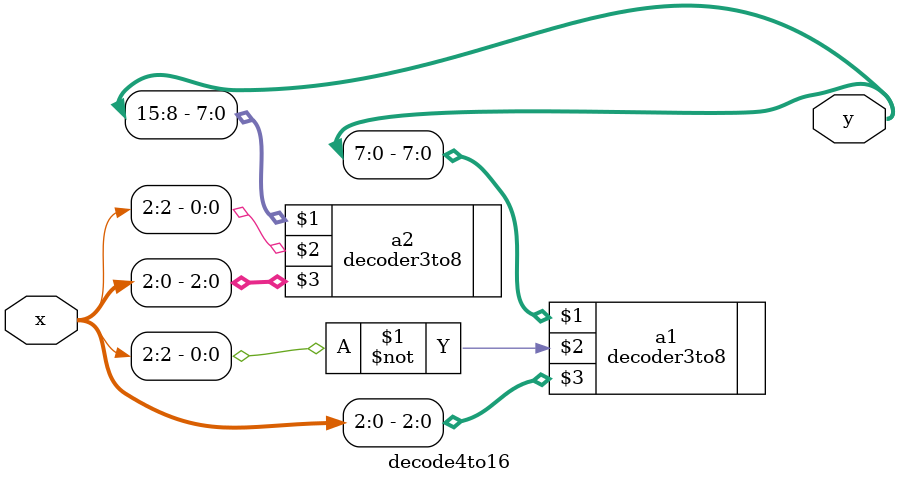
<source format=v>
`timescale 1ns / 1ps


module decode4to16( output [15:0] y, input [3:0] x
    );
    decoder3to8 a1 (y[7:0] , ~x[2] ,x[2:0]); 
    decoder3to8 a2 (y[15:8] , x[2] ,x[2:0]); 
endmodule

</source>
